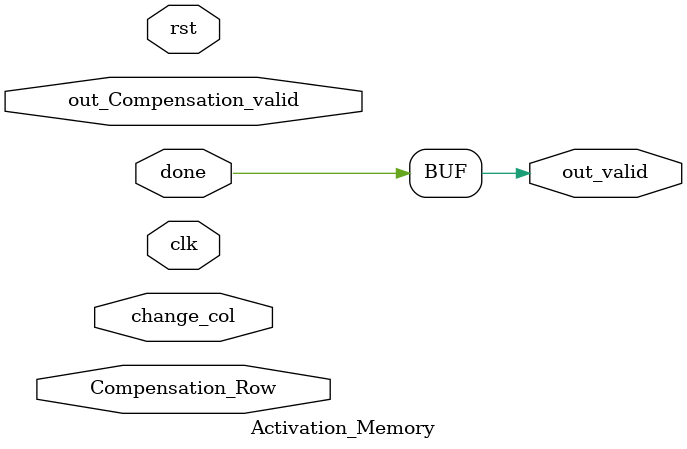
<source format=v>

module  Activation_Memory (
    input clk,
    input rst,
    // The Weight Compensation_row
    input [2:0] Compensation_Row,
    input out_Compensation_valid,
    input change_col,
    // The Weight Loading is done.
    input done,
    output out_valid); 

    // Declare the local parameter
    localparam Size = 8;
    localparam Mem_Size = Size*Size;
    localparam Compensation_Size = Size * 3;
    localparam Width = Size / 2;
    localparam Index_Width = $clog2(Compensation_Size);
    localparam Invalid_Value = Size;

    // Declare the Register and Net
    reg [7:0] Activation_Mem[0:Mem_Size-1];
    reg [Width:0] Compensation_Reg[Compensation_Size-1:0];  // Compensation Reg Add a bit for recording Non-Compensation-value
    reg [Index_Width-1:0] Index;
    integer i;
    // Assingment index & out_valid
    assign out_valid = (done==1);

    // Set Compensation Register to save compensation row
    always @(posedge clk or posedge rst) begin
        if(rst) begin
            for(i=0;i<Compensation_Size;i=i+1) Compensation_Reg[i] <= Invalid_Value;
            Index <= 0;
        end
        else begin
            if(done==0) begin
                if(out_Compensation_valid) begin
                    Compensation_Reg[Index] <=  Compensation_Row;
                    Index <= Index + 1; // Index ++
                end
                else if(change_col) begin // Change column
                    Index <= Index + (3 - (Index%3));
                end
                else;
            end
            else;
        end
    end 


endmodule

</source>
